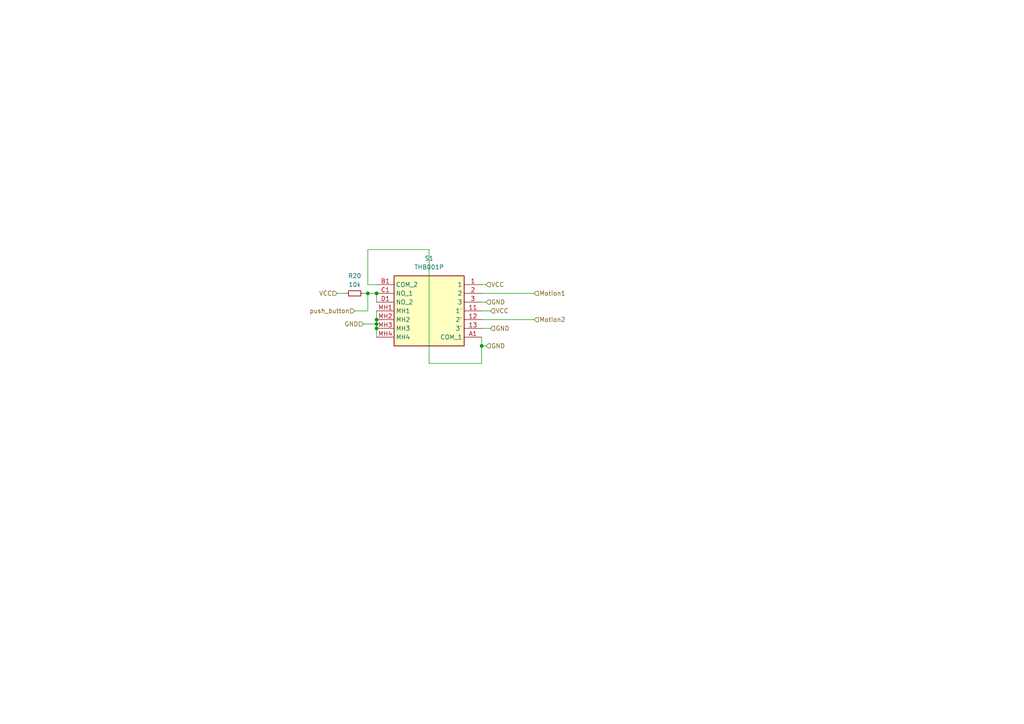
<source format=kicad_sch>
(kicad_sch (version 20231120) (generator "eeschema") (generator_version "8.0")
  (paper "A4")
  (lib_symbols
    (symbol "Device:R_Small" (pin_numbers hide) (pin_names (offset 0.254) hide)
      (property "Reference" "R" (at 0.762 0.508 0))
      (property "Value" "R_Small" (at 0.762 -1.016 0))
      (symbol "R_Small_0_1"
        (rectangle (start -0.762 1.778) (end 0.762 -1.778) (stroke (width 0.2032)))
      )
      (symbol "R_Small_1_1"
        (pin passive line (at 0 2.54 270) (length 0.762) (name "~") (number "1"))
        (pin passive line (at 0 -2.54 90) (length 0.762) (name "~") (number "2"))
      )
    )
    (symbol "SamacSys_Parts:THB001P"
      (property "Reference" "S" (at 26.67 7.62 0))
      (property "Value" "THB001P" (at 26.67 5.08 0))
      (symbol "THB001P_1_1"
        (rectangle (start 5.08 2.54) (end 25.4 -17.78) (stroke (width 0.254)) (fill (type background)))
        (pin passive line (at 0 0 0) (length 5.08) (name "1") (number "1"))
        (pin passive line (at 0 -7.62 0) (length 5.08) (name "1'") (number "11"))
        (pin passive line (at 0 -10.16 0) (length 5.08) (name "2'") (number "12"))
        (pin passive line (at 0 -12.7 0) (length 5.08) (name "3'") (number "13"))
        (pin passive line (at 0 -2.54 0) (length 5.08) (name "2") (number "2"))
        (pin passive line (at 0 -5.08 0) (length 5.08) (name "3") (number "3"))
        (pin passive line (at 0 -15.24 0) (length 5.08) (name "COM_1") (number "A1"))
        (pin passive line (at 30.48 0 180) (length 5.08) (name "COM_2") (number "B1"))
        (pin passive line (at 30.48 -2.54 180) (length 5.08) (name "NO_1") (number "C1"))
        (pin passive line (at 30.48 -5.08 180) (length 5.08) (name "NO_2") (number "D1"))
        (pin passive line (at 30.48 -7.62 180) (length 5.08) (name "MH1") (number "MH1"))
        (pin passive line (at 30.48 -10.16 180) (length 5.08) (name "MH2") (number "MH2"))
        (pin passive line (at 30.48 -12.7 180) (length 5.08) (name "MH3") (number "MH3"))
        (pin passive line (at 30.48 -15.24 180) (length 5.08) (name "MH4") (number "MH4"))
      )
    )
  )
  (junction (at 109.22 85.09))
  (junction (at 106.68 85.09))
  (junction (at 109.22 92.71))
  (junction (at 109.22 95.25))
  (junction (at 109.22 93.98))
  (junction (at 139.7 100.33))
  (wire (pts (xy 140.97 82.55) (xy 139.7 82.55)))
  (wire (pts (xy 139.7 105.41) (xy 124.46 105.41)))
  (wire (pts (xy 106.68 85.09) (xy 109.22 85.09)))
  (wire (pts (xy 139.7 100.33) (xy 140.97 100.33)))
  (wire (pts (xy 109.22 85.09) (xy 109.22 87.63)))
  (wire (pts (xy 139.7 92.71) (xy 154.94 92.71)))
  (wire (pts (xy 109.22 95.25) (xy 109.22 97.79)))
  (wire (pts (xy 105.41 85.09) (xy 106.68 85.09)))
  (wire (pts (xy 102.87 90.17) (xy 106.68 90.17)))
  (wire (pts (xy 109.22 93.98) (xy 109.22 95.25)))
  (wire (pts (xy 139.7 97.79) (xy 139.7 100.33)))
  (wire (pts (xy 142.24 90.17) (xy 139.7 90.17)))
  (wire (pts (xy 139.7 100.33) (xy 139.7 105.41)))
  (wire (pts (xy 124.46 72.39) (xy 106.68 72.39)))
  (wire (pts (xy 97.79 85.09) (xy 100.33 85.09)))
  (wire (pts (xy 139.7 87.63) (xy 140.97 87.63)))
  (wire (pts (xy 139.7 95.25) (xy 142.24 95.25)))
  (wire (pts (xy 106.68 85.09) (xy 106.68 90.17)))
  (wire (pts (xy 109.22 92.71) (xy 109.22 93.98)))
  (wire (pts (xy 106.68 72.39) (xy 106.68 82.55)))
  (wire (pts (xy 105.41 93.98) (xy 109.22 93.98)))
  (wire (pts (xy 139.7 85.09) (xy 154.94 85.09)))
  (wire (pts (xy 109.22 90.17) (xy 109.22 92.71)))
  (wire (pts (xy 124.46 105.41) (xy 124.46 72.39)))
  (wire (pts (xy 106.68 82.55) (xy 109.22 82.55)))
  (hierarchical_label "Motion1" (shape input) (at 154.94 85.09 0))
  (hierarchical_label "push_button" (shape input) (at 102.87 90.17 180))
  (hierarchical_label "GND" (shape input) (at 142.24 95.25 0))
  (hierarchical_label "GND" (shape input) (at 140.97 100.33 0))
  (hierarchical_label "Motion2" (shape input) (at 154.94 92.71 0))
  (hierarchical_label "VCC" (shape input) (at 142.24 90.17 0))
  (hierarchical_label "VCC" (shape input) (at 140.97 82.55 0))
  (hierarchical_label "GND" (shape input) (at 105.41 93.98 180))
  (hierarchical_label "GND" (shape input) (at 140.97 87.63 0))
  (hierarchical_label "VCC" (shape input) (at 97.79 85.09 180))
  (symbol (lib_id "Device:R_Small") (at 102.87 85.09 90) (unit 1)
    (property "Reference" "R20" (at 102.87 80.01 90))
    (property "Value" "10k" (at 102.87 82.55 90))
    (property "Footprint" "Resistor_SMD:R_0603_1608Metric_Pad0.98x0.95mm_HandSolder" (effects (hide yes)))
    (property "Description" "Resistor, small symbol" (effects (hide yes)))
    (instances (project "Drone" (path "" (reference "R20") (unit 1)) (path "" (reference "R21") (unit 1))))
  )
  (symbol (lib_id "SamacSys_Parts:THB001P") (at 139.7 82.55 0) (mirror y) (unit 1)
    (property "Reference" "S1" (at 124.46 74.93 0))
    (property "Value" "THB001P" (at 124.46 77.47 0))
    (property "Footprint" "SamacSys_Parts:THB001P" (effects (hide yes)))
    (property "Datasheet" "https://www.ckswitches.com/media/2873/thb.pdf" (effects (hide yes)))
    (property "Description" "THUMBSTICK, 0.05A, 12VDC, 2 AXIS, PCB; No. of Axes:2; Track Resistance:10kohm; Supply Voltage Max:-; No. of Switch Positions:-; Contact Current AC Max:-; Contact Voltage AC Max:50V; Rotation Electrical Angle:36" (effects (hide yes)))
    (property "Height" "19.85" (effects (hide yes)))
    (property "Mouser Part Number" "611-THB001P" (effects (hide yes)))
    (property "Mouser Price/Stock" "https://www.mouser.co.uk/ProductDetail/CK/THB001P?qs=OlC7AqGiEDlMaVQ%2FEBrivA%3D%3D" (effects (hide yes)))
    (property "Manufacturer_Name" "C & K COMPONENTS" (effects (hide yes)))
    (property "Manufacturer_Part_Number" "THB001P" (effects (hide yes)))
    (instances (project "Drone" (path "" (reference "S1") (unit 1)) (path "" (reference "S2") (unit 1))))
  )
)
</source>
